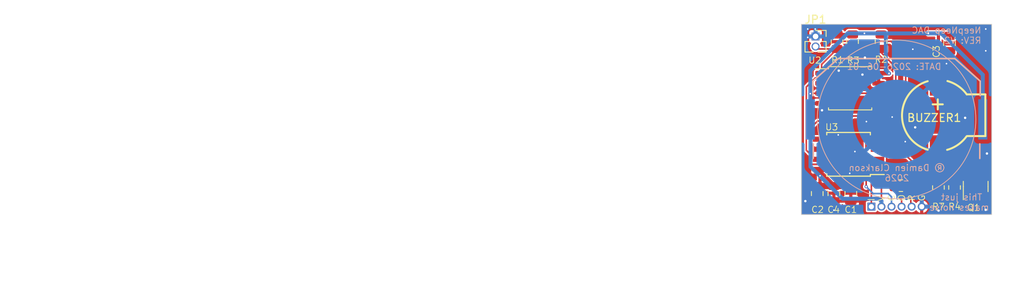
<source format=kicad_pcb>
(kicad_pcb (version 20221018) (generator pcbnew)
  (title_block (title "NeepNeep DAC") (date "2026-02-06") (rev "V2"))
  (layers (0 "F.Cu" signal) (31 "B.Cu" signal) (34 "B.Paste" user) (35 "F.Paste" user) (36 "B.SilkS" user "B.Silkscreen") (37 "F.SilkS" user "F.Silkscreen") (38 "B.Mask" user) (39 "F.Mask" user) (44 "Edge.Cuts" user))
  (net 0 "")
  (net 1 "GND")
  (net 2 "3.3v")
  (net 3 "PB4")
  (net 4 "PB3")
  (net 5 "PB2{slash}SCK")
  (net 6 "PB0{slash}MOSI")
  (net 7 "PB1{slash}MISO")
  (net 8 "PB5{slash}RESET")
  (net 9 "Net-(BUZZER1--)")
  (net 10 "Net-(Q1-G)")
  (footprint "Capacitor_SMD:C_0805_2012Metric" (layer "F.Cu") (at 94.234 109.347 -90)
    (fp_text reference "C1" (at 2.032 0 unlocked) (layer "F.SilkS") (effects (font (size 0.8 0.8) (thickness 0.1))))
    (fp_text value "47uF")
    (fp_line (start -0.261252 -0.735) (end 0.261252 -0.735) (stroke (width 0.12)) (layer "F.SilkS"))
    (fp_line (start -0.261252 0.735) (end 0.261252 0.735) (stroke (width 0.12)) (layer "F.SilkS"))
    (pad "1" smd roundrect (at -0.95 0 270) (size 1 1.45) (layers "F.Cu" "F.Paste" "F.Mask") (net 2 "3.3v"))
    (pad "2" smd roundrect (at 0.95 0 270) (size 1 1.45) (layers "F.Cu" "F.Paste" "F.Mask") (net 1 "GND"))
  )
  (footprint "Resistor_SMD:R_0805_2012Metric" (layer "F.Cu") (at 107.315 108.585 -90)
    (fp_text reference "R4" (at 2.413 0 -180) (layer "F.SilkS") (effects (font (size 0.8 0.8) (thickness 0.1))))
    (fp_text value "100k")
    (fp_line (start -0.227064 -0.735) (end 0.227064 -0.735) (stroke (width 0.12)) (layer "F.SilkS"))
    (fp_line (start -0.227064 0.735) (end 0.227064 0.735) (stroke (width 0.12)) (layer "F.SilkS"))
    (pad "1" smd roundrect (at -0.9125 0 270) (size 1.025 1.4) (layers "F.Cu" "F.Paste" "F.Mask") (roundrect_rratio 0.243902) (net 1 "GND"))
    (pad "2" smd roundrect (at 0.9125 0 270) (size 1.025 1.4) (layers "F.Cu" "F.Paste" "F.Mask") (roundrect_rratio 0.243902) (net 10 "Net-(Q1-G)"))
  )
  (footprint "Niffum:BUZ-SMD_FUET-9025-XXV" (layer "F.Cu") (at 105.2 99.5 -90)
    (fp_text reference "BUZZER1" (at 0.3 0.45) (layer "F.SilkS"))
    (fp_text value "YS-SBZ9032C03R16_C409828")
    (fp_line (start -2.66 -6) (end 2.6 -6) (stroke (width 0.25)) (layer "F.SilkS"))
    (fp_line (start -2.66 -3.65) (end -2.66 -6) (stroke (width 0.25)) (layer "F.SilkS"))
    (fp_line (start -2.03 0) (end -0.76 0) (stroke (width 0.25)) (layer "F.SilkS"))
    (fp_line (start -1.4 0.64) (end -1.4 -0.63) (stroke (width 0.25)) (layer "F.SilkS"))
    (fp_line (start 2.6 -6) (end 2.6 -3.7) (stroke (width 0.25)) (layer "F.SilkS"))
    (fp_arc (start -4.34 -1.22) (mid -3.70574 -2.577946) (end -2.660927 -3.652502) (stroke (width 0.25)) (layer "F.SilkS"))
    (fp_arc (start 2.63 -3.63) (mid 3.692615 -2.549823) (end 4.336345 -1.178129) (stroke (width 0.25)) (layer "F.SilkS"))
    (fp_arc (start 4.32 1.27) (mid -0.000016 4.51) (end -4.320009 1.269969) (stroke (width 0.25)) (layer "F.SilkS"))
    (pad "1" smd rect (at -4 0 90) (size 3 2) (layers "F.Cu" "F.Paste" "F.Mask") (net 2 "3.3v"))
    (pad "2" smd rect (at 4 0 90) (size 3 2) (layers "F.Cu" "F.Paste" "F.Mask") (net 9 "Net-(BUZZER1--)"))
  )
  (footprint "Package_TO_SOT_SMD:SOT-23" (layer "F.Cu") (at 109.982 108.458 90)
    (fp_text reference "Q1" (at -2.667 -0.254 180) (layer "F.SilkS") (effects (font (size 0.8 0.8) (thickness 0.1))))
    (fp_text value "BSS138")
    (fp_line (start 0 -1.56) (end -1.675 -1.56) (stroke (width 0.12)) (layer "F.SilkS"))
    (fp_line (start 0 -1.56) (end 0.65 -1.56) (stroke (width 0.12)) (layer "F.SilkS"))
    (fp_line (start 0 1.56) (end -0.65 1.56) (stroke (width 0.12)) (layer "F.SilkS"))
    (fp_line (start 0 1.56) (end 0.65 1.56) (stroke (width 0.12)) (layer "F.SilkS"))
    (pad "1" smd roundrect (at -0.9375 -0.95 90) (size 1.475 0.6) (layers "F.Cu" "F.Paste" "F.Mask") (net 10 "Net-(Q1-G)"))
    (pad "2" smd roundrect (at -0.9375 0.95 90) (size 1.475 0.6) (layers "F.Cu" "F.Paste" "F.Mask") (net 1 "GND"))
    (pad "3" smd roundrect (at 0.9375 0 90) (size 1.475 0.6) (layers "F.Cu" "F.Paste" "F.Mask") (net 9 "Net-(BUZZER1--)"))
  )
  (footprint "Resistor_SMD:R_0805_2012Metric" (layer "F.Cu") (at 100.55 108.35)
    (fp_text reference "R6" hide)
    (fp_text value "10K")
    (fp_line (start -0.227064 -0.735) (end 0.227064 -0.735) (stroke (width 0.12)) (layer "F.SilkS"))
    (fp_line (start -0.227064 0.735) (end 0.227064 0.735) (stroke (width 0.12)) (layer "F.SilkS"))
    (pad "1" smd roundrect (at -0.9125 0) (size 1.025 1.4) (layers "F.Cu" "F.Paste" "F.Mask") (roundrect_rratio 0.243902439) (net 2 "3.3v"))
    (pad "2" smd roundrect (at 0.9125 0) (size 1.025 1.4) (layers "F.Cu" "F.Paste" "F.Mask") (roundrect_rratio 0.243902439) (net 8 "PB5{slash}RESET"))
  )
  (footprint "Resistor_SMD:R_0805_2012Metric" (layer "F.Cu") (at 94.45 90.2 -90)
    (fp_text reference "R3" (at 2.35 -0.1 180) (layer "F.SilkS") (effects (font (size 0.8 0.8) (thickness 0.1))))
    (fp_text value "10k")
    (fp_line (start -0.227064 -0.735) (end 0.227064 -0.735) (stroke (width 0.12)) (layer "F.SilkS"))
    (fp_line (start -0.227064 0.735) (end 0.227064 0.735) (stroke (width 0.12)) (layer "F.SilkS"))
    (pad "1" smd roundrect (at -0.9125 0 270) (size 1.025 1.4) (layers "F.Cu" "F.Paste" "F.Mask") (roundrect_rratio 0.243902439) (net 2 "3.3v"))
    (pad "2" smd roundrect (at 0.9125 0 270) (size 1.025 1.4) (layers "F.Cu" "F.Paste" "F.Mask") (roundrect_rratio 0.243902439) (net 5 "PB2{slash}SCK"))
  )
  (footprint "Package_SO:SOIC-8_5.23x5.23mm_P1.27mm" (layer "F.Cu") (at 94.15 96.07125)
    (fp_text reference "U2" (at -4.45 -3.52125) (layer "F.SilkS") (effects (font (size 0.8 0.8) (thickness 0.1))))
    (fp_text value "W25Q32JVSS")
    (fp_line (start -2.725 -2.725) (end -2.725 -2.465) (stroke (width 0.12)) (layer "F.SilkS"))
    (fp_line (start -2.725 -2.465) (end -4.4 -2.465) (stroke (width 0.12)) (layer "F.SilkS"))
    (fp_line (start -2.725 2.725) (end -2.725 2.465) (stroke (width 0.12)) (layer "F.SilkS"))
    (fp_line (start 0 -2.725) (end -2.725 -2.725) (stroke (width 0.12)) (layer "F.SilkS"))
    (fp_line (start 0 -2.725) (end 2.725 -2.725) (stroke (width 0.12)) (layer "F.SilkS"))
    (fp_line (start 0 2.725) (end -2.725 2.725) (stroke (width 0.12)) (layer "F.SilkS"))
    (fp_line (start 0 2.725) (end 2.725 2.725) (stroke (width 0.12)) (layer "F.SilkS"))
    (fp_line (start 2.725 -2.725) (end 2.725 -2.465) (stroke (width 0.12)) (layer "F.SilkS"))
    (fp_line (start 2.725 2.725) (end 2.725 2.465) (stroke (width 0.12)) (layer "F.SilkS"))
    (pad "1" smd roundrect (at -3.6 -1.905) (size 1.6 0.6) (layers "F.Cu" "F.Paste" "F.Mask") (net 4 "PB3"))
    (pad "2" smd roundrect (at -3.6 -0.635) (size 1.6 0.6) (layers "F.Cu" "F.Paste" "F.Mask") (net 7 "PB1{slash}MISO"))
    (pad "3" smd roundrect (at -3.6 0.635) (size 1.6 0.6) (layers "F.Cu" "F.Paste" "F.Mask") (net 2 "3.3v"))
    (pad "4" smd roundrect (at -3.6 1.905) (size 1.6 0.6) (layers "F.Cu" "F.Paste" "F.Mask") (net 1 "GND"))
    (pad "5" smd roundrect (at 3.6 1.905) (size 1.6 0.6) (layers "F.Cu" "F.Paste" "F.Mask") (net 6 "PB0{slash}MOSI"))
    (pad "6" smd roundrect (at 3.6 0.635) (size 1.6 0.6) (layers "F.Cu" "F.Paste" "F.Mask") (net 5 "PB2{slash}SCK"))
    (pad "7" smd roundrect (at 3.6 -0.635) (size 1.6 0.6) (layers "F.Cu" "F.Paste" "F.Mask") (net 2 "3.3v"))
    (pad "8" smd roundrect (at 3.6 -1.905) (size 1.6 0.6) (layers "F.Cu" "F.Paste" "F.Mask") (net 2 "3.3v"))
  )
  (footprint "Resistor_SMD:R_0805_2012Metric" (layer "F.Cu") (at 98.05 90.2 -90)
    (fp_text reference "R2" (at 2.25 0 180) (layer "F.SilkS") (effects (font (size 0.8 0.8) (thickness 0.1))))
    (fp_text value "10k")
    (fp_line (start -0.227064 -0.735) (end 0.227064 -0.735) (stroke (width 0.12)) (layer "F.SilkS"))
    (fp_line (start -0.227064 0.735) (end 0.227064 0.735) (stroke (width 0.12)) (layer "F.SilkS"))
    (pad "1" smd roundrect (at -0.9125 0 270) (size 1.025 1.4) (layers "F.Cu" "F.Paste" "F.Mask") (roundrect_rratio 0.243902439) (net 2 "3.3v"))
    (pad "2" smd roundrect (at 0.9125 0 270) (size 1.025 1.4) (layers "F.Cu" "F.Paste" "F.Mask") (roundrect_rratio 0.243902439) (net 6 "PB0{slash}MOSI"))
  )
  (footprint "Package_SO:SOIC-8W_5.3x5.3mm_P1.27mm" (layer "F.Cu") (at 93.95 104.4 180)
    (fp_text reference "U3" (at 2.129 3.435) (layer "F.SilkS") (effects (font (size 0.8 0.8) (thickness 0.1))))
    (fp_text value "ATtiny85-20SU")
    (fp_line (start -2.75 -2.755) (end -2.75 -2.55) (stroke (width 0.15)) (layer "F.SilkS"))
    (fp_line (start -2.75 -2.755) (end 2.75 -2.755) (stroke (width 0.15)) (layer "F.SilkS"))
    (fp_line (start -2.75 -2.55) (end -4.5 -2.55) (stroke (width 0.15)) (layer "F.SilkS"))
    (fp_line (start -2.75 2.755) (end -2.75 2.455) (stroke (width 0.15)) (layer "F.SilkS"))
    (fp_line (start -2.75 2.755) (end 2.75 2.755) (stroke (width 0.15)) (layer "F.SilkS"))
    (fp_line (start 2.75 -2.755) (end 2.75 -2.455) (stroke (width 0.15)) (layer "F.SilkS"))
    (fp_line (start 2.75 2.755) (end 2.75 2.455) (stroke (width 0.15)) (layer "F.SilkS"))
    (pad "1" smd rect (at -3.65 -1.905 180) (size 1.7 0.65) (layers "F.Cu" "F.Paste" "F.Mask") (net 8 "PB5{slash}RESET"))
    (pad "2" smd rect (at -3.65 -0.635 180) (size 1.7 0.65) (layers "F.Cu" "F.Paste" "F.Mask") (net 4 "PB3"))
    (pad "3" smd rect (at -3.65 0.635 180) (size 1.7 0.65) (layers "F.Cu" "F.Paste" "F.Mask") (net 3 "PB4"))
    (pad "4" smd rect (at -3.65 1.905 180) (size 1.7 0.65) (layers "F.Cu" "F.Paste" "F.Mask") (net 1 "GND"))
    (pad "5" smd rect (at 3.65 1.905 180) (size 1.7 0.65) (layers "F.Cu" "F.Paste" "F.Mask") (net 6 "PB0{slash}MOSI"))
    (pad "6" smd rect (at 3.65 0.635 180) (size 1.7 0.65) (layers "F.Cu" "F.Paste" "F.Mask") (net 7 "PB1{slash}MISO"))
    (pad "7" smd rect (at 3.65 -0.635 180) (size 1.7 0.65) (layers "F.Cu" "F.Paste" "F.Mask") (net 5 "PB2{slash}SCK"))
    (pad "8" smd rect (at 3.65 -1.905 180) (size 1.7 0.65) (layers "F.Cu" "F.Paste" "F.Mask") (net 2 "3.3v"))
  )
  (footprint "Capacitor_SMD:C_0805_2012Metric" (layer "F.Cu") (at 106.68 90.424 -90)
    (fp_text reference "C3" (at 1.016 1.651 90) (layer "F.SilkS") (effects (font (size 0.8 0.8) (thickness 0.1))))
    (fp_text value "100nF")
    (fp_line (start -0.261252 -0.735) (end 0.261252 -0.735) (stroke (width 0.12)) (layer "F.SilkS"))
    (fp_line (start -0.261252 0.735) (end 0.261252 0.735) (stroke (width 0.12)) (layer "F.SilkS"))
    (pad "1" smd roundrect (at -0.95 0 270) (size 1 1.45) (layers "F.Cu" "F.Paste" "F.Mask") (net 2 "3.3v"))
    (pad "2" smd roundrect (at 0.95 0 270) (size 1 1.45) (layers "F.Cu" "F.Paste" "F.Mask") (net 9 "Net-(BUZZER1--)"))
  )
  (footprint "Resistor_SMD:R_0805_2012Metric" (layer "F.Cu") (at 92.5 90.2 -90)
    (fp_text reference "R1" (at 2.3 -0.05) (layer "F.SilkS") (effects (font (size 0.8 0.8) (thickness 0.1))))
    (fp_text value "10k")
    (fp_line (start -0.227064 -0.735) (end 0.227064 -0.735) (stroke (width 0.12)) (layer "F.SilkS"))
    (fp_line (start -0.227064 0.735) (end 0.227064 0.735) (stroke (width 0.12)) (layer "F.SilkS"))
    (pad "1" smd roundrect (at -0.9125 0 270) (size 1.025 1.4) (layers "F.Cu" "F.Paste" "F.Mask") (roundrect_rratio 0.243902439) (net 2 "3.3v"))
    (pad "2" smd roundrect (at 0.9125 0 270) (size 1.025 1.4) (layers "F.Cu" "F.Paste" "F.Mask") (roundrect_rratio 0.243902439) (net 4 "PB3"))
  )
  (footprint "Connector_PinSocket_1.27mm:PinSocket_1x02_P1.27mm_Vertical" (layer "F.Cu") (at 89.789 89.535)
    (fp_text reference "JP1" (at 0 -2.135) (layer "F.SilkS"))
    (fp_text value "Jumper_2_Open")
    (fp_line (start -1.33 0.635) (end -1.33 1.965) (stroke (width 0.12)) (layer "F.SilkS"))
    (fp_line (start -1.33 0.635) (end -0.76 0.635) (stroke (width 0.12)) (layer "F.SilkS"))
    (fp_line (start -1.33 1.965) (end -0.30753 1.965) (stroke (width 0.12)) (layer "F.SilkS"))
    (fp_line (start 0 -0.76) (end 1.33 -0.76) (stroke (width 0.12)) (layer "F.SilkS"))
    (fp_line (start 0.30753 1.965) (end 1.33 1.965) (stroke (width 0.12)) (layer "F.SilkS"))
    (fp_line (start 0.76 0.635) (end 1.33 0.635) (stroke (width 0.12)) (layer "F.SilkS"))
    (fp_line (start 1.33 -0.76) (end 1.33 0) (stroke (width 0.12)) (layer "F.SilkS"))
    (fp_line (start 1.33 0.635) (end 1.33 1.965) (stroke (width 0.12)) (layer "F.SilkS"))
    (pad "1" thru_hole rect (at 0 0) (size 1 1) (drill 0.7) (layers "*.Cu" "*.Mask") (net 1 "GND"))
    (pad "2" thru_hole oval (at 0 1.27) (size 1 1) (drill 0.7) (layers "*.Cu" "*.Mask") (net 4 "PB3"))
  )
  (footprint "Global Kicad FootprintLibrary:PRG-Header_1x06_P1.27mm" (layer "F.Cu") (at 96.825 111 90)
    (fp_text reference "J1" hide)
    (fp_text value "Conn_02x03_Odd_Even")
    (fp_text user "O" (at 0.635 3.81 90 unlocked) (layer "F.SilkS") (effects (font (size 0.8 0.8) (thickness 0.1)) (justify left)))
    (fp_text user "R" (at 0.635 5.08 90 unlocked) (layer "F.SilkS") (effects (font (size 0.8 0.8) (thickness 0.1)) (justify left)))
    (fp_text user "C" (at 0.635 2.54 90 unlocked) (layer "F.SilkS") (effects (font (size 0.8 0.8) (thickness 0.1)) (justify left)))
    (fp_text user "G" (at 0.635 6.35 90 unlocked) (layer "F.SilkS") (effects (font (size 0.8 0.8) (thickness 0.1)) (justify left)))
    (fp_text user "V" (at 0.635 1.27 90 unlocked) (layer "F.SilkS") (effects (font (size 0.8 0.8) (thickness 0.1)) (justify left)))
    (fp_text user "I" (at 0.635 0 90 unlocked) (layer "F.SilkS") (effects (font (size 0.8 0.8) (thickness 0.1)) (justify left)))
    (pad "1" thru_hole rect (at 0 0 90) (size 1 1) (drill 0.65) (layers "*.Cu" "F.Mask") (net 7 "PB1{slash}MISO"))
    (pad "2" thru_hole oval (at 0 1.27 90) (size 1 1) (drill 0.65) (layers "*.Cu" "F.Mask") (net 2 "3.3v"))
    (pad "3" thru_hole oval (at 0 2.54 90) (size 1 1) (drill 0.65) (layers "*.Cu" "F.Mask") (net 5 "PB2{slash}SCK"))
    (pad "4" thru_hole oval (at 0 3.81 90) (size 1 1) (drill 0.65) (layers "*.Cu" "F.Mask") (net 6 "PB0{slash}MOSI"))
    (pad "5" thru_hole oval (at 0 5.08 90) (size 1 1) (drill 0.65) (layers "*.Cu" "F.Mask") (net 8 "PB5{slash}RESET"))
    (pad "6" thru_hole oval (at 0 6.35 90) (size 1 1) (drill 0.65) (layers "*.Cu" "F.Mask") (net 1 "GND"))
  )
  (footprint "Capacitor_SMD:C_0805_2012Metric" (layer "F.Cu") (at 92.1 109.35 -90)
    (fp_text reference "C4" (at 2.029 0.025) (layer "F.SilkS") (effects (font (size 0.8 0.8) (thickness 0.1))))
    (fp_text value "100nF")
    (fp_line (start -0.261252 -0.735) (end 0.261252 -0.735) (stroke (width 0.12)) (layer "F.SilkS"))
    (fp_line (start -0.261252 0.735) (end 0.261252 0.735) (stroke (width 0.12)) (layer "F.SilkS"))
    (pad "1" smd roundrect (at -0.95 0 270) (size 1 1.45) (layers "F.Cu" "F.Paste" "F.Mask") (net 2 "3.3v"))
    (pad "2" smd roundrect (at 0.95 0 270) (size 1 1.45) (layers "F.Cu" "F.Paste" "F.Mask") (net 1 "GND"))
  )
  (footprint "Capacitor_SMD:C_0805_2012Metric" (layer "F.Cu") (at 90 109.35 -90)
    (fp_text reference "C2" (at 2.029 -0.043 unlocked) (layer "F.SilkS") (effects (font (size 0.8 0.8) (thickness 0.1))))
    (fp_text value "100nF")
    (fp_line (start -0.261252 -0.735) (end 0.261252 -0.735) (stroke (width 0.12)) (layer "F.SilkS"))
    (fp_line (start -0.261252 0.735) (end 0.261252 0.735) (stroke (width 0.12)) (layer "F.SilkS"))
    (pad "1" smd roundrect (at -0.95 0 270) (size 1 1.45) (layers "F.Cu" "F.Paste" "F.Mask") (net 2 "3.3v"))
    (pad "2" smd roundrect (at 0.95 0 270) (size 1 1.45) (layers "F.Cu" "F.Paste" "F.Mask") (net 1 "GND"))
  )
  (footprint "Resistor_SMD:R_0805_2012Metric" (layer "F.Cu") (at 105.283 108.585 -90)
    (fp_text reference "R7" (at 2.413 0 unlocked) (layer "F.SilkS") (effects (font (size 0.8 0.8) (thickness 0.1))))
    (fp_text value "1k")
    (fp_line (start -0.227064 -0.735) (end 0.227064 -0.735) (stroke (width 0.12)) (layer "F.SilkS"))
    (fp_line (start -0.227064 0.735) (end 0.227064 0.735) (stroke (width 0.12)) (layer "F.SilkS"))
    (pad "1" smd roundrect (at -0.9125 0 270) (size 1.025 1.4) (layers "F.Cu" "F.Paste" "F.Mask") (roundrect_rratio 0.243902439) (net 3 "PB4"))
    (pad "2" smd roundrect (at 0.9125 0 270) (size 1.025 1.4) (layers "F.Cu" "F.Paste" "F.Mask") (roundrect_rratio 0.243902439) (net 10 "Net-(Q1-G)"))
  )
  (footprint "Global Kicad FootprintLibrary:BatteryHolder_SMD_TAB_2032" (layer "B.Cu") (at 100 100 180)
    (fp_text reference "BT1" hide)
    (fp_text value "Battery")
    (fp_line (start -10.55 4.825) (end -10.55 3) (stroke (width 0.2)) (layer "B.SilkS"))
    (fp_line (start -10.55 4.825) (end -7.35 7.675) (stroke (width 0.2)) (layer "B.SilkS"))
    (fp_line (start -10.5 -3.0875) (end -10.5 -4.9125) (stroke (width 0.2)) (layer "B.SilkS"))
    (fp_line (start -7.35 7.675) (end 7.35 7.675) (stroke (width 0.2)) (layer "B.SilkS"))
    (fp_line (start 10.5 -3.0875) (end 10.5 -4.9125) (stroke (width 0.2)) (layer "B.SilkS"))
    (fp_line (start 10.55 4.825) (end 7.35 7.675) (stroke (width 0.2)) (layer "B.SilkS"))
    (fp_line (start 10.55 4.825) (end 10.55 3) (stroke (width 0.2)) (layer "B.SilkS"))
    (fp_circle (center 0 0) (end 10 0) (stroke (width 0.1)) (fill none) (layer "B.SilkS"))
    (pad "1" smd rect (at -10.875 0 180) (size 1.15 5.08) (layers "B.Cu" "B.Paste" "B.Mask") (net 2 "3.3v"))
    (pad "1" smd rect (at 10.875 0 180) (size 1.15 5.08) (layers "B.Cu" "B.Paste" "B.Mask") (net 2 "3.3v"))
    (pad "2" smd circle (at 0 0 180) (size 10 10) (layers "B.Cu" "B.Mask") (net 1 "GND"))
  )
  (gr_rect (start 88 88) (end 112 112) (stroke (width 0.1)) (fill none) (layer "Edge.Cuts"))
  (gr_text "${TITLE}\nREV: ${REVISION} " (at 110.744 89.408) (layer "B.SilkS") (effects (font (size 0.8 0.8) (thickness 0.1)) (justify left mirror)))
  (gr_text "® Damien Clarkson\n2026" (at 100.05 106.75) (layer "B.SilkS") (effects (font (size 0.8 0.8) (thickness 0.1)) (justify mirror)))
  (gr_text "This just \nmakes noise" (at 107.9 110.45) (layer "B.SilkS") (effects (font (size 0.8 0.8) (thickness 0.1)) (justify mirror)))
  (gr_text "DATE: ${CURRENT_DATE}\n" (at 99.695 93.345) (layer "B.SilkS") (effects (font (size 0.8 0.8) (thickness 0.1)) (justify mirror)))
  (via (at 95.7 94.35) (size 0.5) (drill 0.3) (layers "F.Cu" "B.Cu") (net 1))
  (via (at 96.2 100.27125) (size 0.4) (drill 0.2) (layers "F.Cu" "B.Cu") (net 1))
  (via (at 88.8 89.65) (size 0.4) (drill 0.2) (layers "F.Cu" "B.Cu") (net 1))
  (via (at 88.5 110.3) (size 0.5) (drill 0.3) (layers "F.Cu" "B.Cu") (net 1))
  (via (at 94.1 106.8) (size 0.4) (drill 0.2) (layers "F.Cu" "B.Cu") (net 1))
  (via (at 111.4 104.3) (size 0.5) (drill 0.3) (layers "F.Cu" "B.Cu") (net 1))
  (via (at 108.65 99.8) (size 0.5) (drill 0.3) (layers "F.Cu" "B.Cu") (net 1))
  (via (at 92.65 101.95) (size 0.4) (drill 0.2) (layers "F.Cu" "B.Cu") (net 1))
  (via (at 92.1 111.45) (size 0.4) (drill 0.2) (layers "F.Cu" "B.Cu") (net 1))
  (via (at 92.71 93.853) (size 0.5) (drill 0.3) (layers "F.Cu" "B.Cu") (net 1))
  (via (at 111.25 111.4) (size 0.5) (drill 0.3) (layers "F.Cu" "B.Cu") (net 1))
  (via (at 111.25 91.35) (size 0.4) (drill 0.2) (layers "F.Cu" "B.Cu") (net 1))
  (via (at 89.75 88.6) (size 0.4) (drill 0.2) (layers "F.Cu" "B.Cu") (net 1))
  (via (at 101.1 102.8) (size 0.4) (drill 0.2) (layers "F.Cu" "B.Cu") (net 1))
  (via (at 102.35 101) (size 0.5) (drill 0.3) (layers "F.Cu" "B.Cu") (net 1))
  (via (at 105.3 111.5) (size 0.5) (drill 0.3) (layers "F.Cu" "B.Cu") (net 1))
  (via (at 106.299 92.964) (size 0.4) (drill 0.2) (layers "F.Cu" "B.Cu") (net 1))
  (via (at 102.05 91.15) (size 0.4) (drill 0.2) (layers "F.Cu" "B.Cu") (net 1))
  (via (at 99.45 99.7) (size 0.4) (drill 0.2) (layers "F.Cu" "B.Cu") (net 1))
  (via (at 96.012 92.202) (size 0.5) (drill 0.3) (layers "F.Cu" "B.Cu") (net 1))
  (via (at 90.6 98.85) (size 0.5) (drill 0.3) (layers "F.Cu" "B.Cu") (net 1))
  (via (at 94.75 104.05) (size 0.4) (drill 0.2) (layers "F.Cu" "B.Cu") (net 1))
  (via (at 88.8 88.6) (size 0.4) (drill 0.2) (layers "F.Cu" "B.Cu") (net 1))
  (via (at 111.25 88.6) (size 0.4) (drill 0.2) (layers "F.Cu" "B.Cu") (net 1))
  (segment (start 92.103 108.397) (end 92.1 108.4) (width 0.8) (layer "F.Cu") (net 2))
  (segment (start 94.45 89.2875) (end 92.5 89.2875) (width 0.4) (layer "F.Cu") (net 2))
  (segment (start 99.05 94.2) (end 97.78375 94.2) (width 0.5) (layer "F.Cu") (net 2))
  (segment (start 94.234 108.397) (end 92.103 108.397) (width 0.8) (layer "F.Cu") (net 2))
  (segment (start 98.095 108.605) (end 98.25 108.45) (width 0.2) (layer "F.Cu") (net 2))
  (segment (start 97.78375 94.2) (end 97.75 94.16625) (width 0.5) (layer "F.Cu") (net 2))
  (segment (start 89.16875 96.70625) (end 89.125 96.75) (width 0.2) (layer "F.Cu") (net 2))
  (segment (start 90.55 96.70625) (end 89.16875 96.70625) (width 0.2) (layer "F.Cu") (net 2))
  (segment (start 105.283 89.15) (end 106.356 89.15) (width 0.4) (layer "F.Cu") (net 2))
  (segment (start 105.283 95.417) (end 105.283 89.15) (width 0.4) (layer "F.Cu") (net 2))
  (segment (start 90.35 107.1) (end 90.35 108.05) (width 0.4) (layer "F.Cu") (net 2))
  (segment (start 90.35 108.05) (end 90 108.4) (width 0.4) (layer "F.Cu") (net 2))
  (segment (start 95.95 89.15) (end 94.5875 89.15) (width 0.4) (layer "F.Cu") (net 2))
  (segment (start 105.2 95.5) (end 105.283 95.417) (width 0.4) (layer "F.Cu") (net 2))
  (segment (start 90.35 106.355) (end 90.3 106.305) (width 0.4) (layer "F.Cu") (net 2))
  (segment (start 98.095 111) (end 98.095 108.605) (width 0.2) (layer "F.Cu") (net 2))
  (segment (start 95.95 89.15) (end 97.9125 89.15) (width 0.4) (layer "F.Cu") (net 2))
  (segment (start 97.75 95.43625) (end 97.75 94.16625) (width 0.4) (layer "F.Cu") (net 2))
  (segment (start 94.5875 89.15) (end 94.45 89.2875) (width 0.4) (layer "F.Cu") (net 2))
  (segment (start 90.3 106.45) (end 90.3 106.305) (width 0.4) (layer "F.Cu") (net 2))
  (segment (start 92.25 108.4) (end 90.3 106.45) (width 0.4) (layer "F.Cu") (net 2))
  (segment (start 106.356 89.15) (end 106.68 89.474) (width 0.4) (layer "F.Cu") (net 2))
  (segment (start 98.25 108.45) (end 99.6375 108.45) (width 0.2) (layer "F.Cu") (net 2))
  (segment (start 90.35 107.1) (end 90.35 106.355) (width 0.4) (layer "F.Cu") (net 2))
  (segment (start 97.9125 89.15) (end 98.05 89.2875) (width 0.4) (layer "F.Cu") (net 2))
  (segment (start 90 108.4) (end 92.1 108.4) (width 0.8) (layer "F.Cu") (net 2))
  (segment (start 104.013 89.15) (end 105.283 89.15) (width 0.4) (layer "F.Cu") (net 2))
  (via (at 95.95 89.15) (size 0.4) (drill 0.2) (layers "F.Cu" "B.Cu") (net 2))
  (via (at 99.05 94.2) (size 0.4) (drill 0.2) (layers "F.Cu" "B.Cu") (net 2))
  (via (at 89.125 96.75) (size 0.4) (drill 0.2) (layers "F.Cu" "B.Cu") (net 2))
  (via (at 104.013 89.15) (size 0.4) (drill 0.2) (layers "F.Cu" "B.Cu") (net 2))
  (via (at 90.35 107.1) (size 0.4) (drill 0.2) (layers "F.Cu" "B.Cu") (net 2))
  (segment (start 97.802106 110) (end 98.095 110.292894) (width 0.5) (layer "B.Cu") (net 2))
  (segment (start 98.65 89.15) (end 104.013 89.15) (width 0.5) (layer "B.Cu") (net 2))
  (segment (start 93.831452 89.15) (end 98.65 89.15) (width 0.5) (layer "B.Cu") (net 2))
  (segment (start 110.875 94.375) (end 110.875 100) (width 0.5) (layer "B.Cu") (net 2))
  (segment (start 93.2 110) (end 97.802106 110) (width 0.5) (layer "B.Cu") (net 2))
  (segment (start 89.125 100) (end 89.15 100.025) (width 0.5) (layer "B.Cu") (net 2))
  (segment (start 98.095 110.292894) (end 98.095 111) (width 0.5) (layer "B.Cu") (net 2))
  (segment (start 105.65 89.15) (end 110.875 94.375) (width 0.5) (layer "B.Cu") (net 2))
  (segment (start 98.65 89.15) (end 98.65 93.8) (width 0.5) (layer "B.Cu") (net 2))
  (segment (start 89.125 100) (end 89.125 96.75) (width 0.5) (layer "B.Cu") (net 2))
  (segment (start 89.15 105.95) (end 93.2 110) (width 0.5) (layer "B.Cu") (net 2))
  (segment (start 98.65 93.8) (end 99.05 94.2) (width 0.5) (layer "B.Cu") (net 2))
  (segment (start 89.15 100.025) (end 89.15 104.15) (width 0.5) (layer "B.Cu") (net 2))
  (segment (start 89.125 96.75) (end 89.125 93.856452) (width 0.5) (layer "B.Cu") (net 2))
  (segment (start 89.125 93.856452) (end 93.831452 89.15) (width 0.5) (layer "B.Cu") (net 2))
  (segment (start 89.15 104.15) (end 89.15 105.95) (width 0.5) (layer "B.Cu") (net 2))
  (segment (start 104.013 89.15) (end 105.65 89.15) (width 0.5) (layer "B.Cu") (net 2))
  (segment (start 98.125 103.765) (end 99.01 104.65) (width 0.2) (layer "F.Cu") (net 3))
  (segment (start 101.3125 104.65) (end 104.335 107.6725) (width 0.2) (layer "F.Cu") (net 3))
  (segment (start 99.01 104.65) (end 101.3125 104.65) (width 0.2) (layer "F.Cu") (net 3))
  (segment (start 97.6 103.765) (end 98.125 103.765) (width 0.2) (layer "F.Cu") (net 3))
  (segment (start 104.335 107.6725) (end 105.283 107.6725) (width 0.2) (layer "F.Cu") (net 3))
  (segment (start 90.0965 91.1125) (end 89.789 90.805) (width 0.2) (layer "F.Cu") (net 4))
  (segment (start 92.5 91.1125) (end 90.0965 91.1125) (width 0.2) (layer "F.Cu") (net 4))
  (segment (start 92.5 91.1125) (end 92.5 90.75) (width 0.2) (layer "F.Cu") (net 4))
  (segment (start 99.314 90.15) (end 93.1 90.15) (width 0.2) (layer "F.Cu") (net 4))
  (segment (start 101.15 91.986) (end 99.314 90.15) (width 0.2) (layer "F.Cu") (net 4))
  (segment (start 96.15 104.45) (end 96.15 102.05) (width 0.2) (layer "F.Cu") (net 4))
  (segment (start 97.6 105.035) (end 96.735 105.035) (width 0.2) (layer "F.Cu") (net 4))
  (segment (start 90.55 93.0625) (end 92.5 91.1125) (width 0.2) (layer "F.Cu") (net 4))
  (segment (start 90.55 94.16625) (end 90.55 93.0625) (width 0.2) (layer "F.Cu") (net 4))
  (segment (start 96.735 105.035) (end 96.15 104.45) (width 0.2) (layer "F.Cu") (net 4))
  (segment (start 96.85 101.35) (end 100.05 101.35) (width 0.2) (layer "F.Cu") (net 4))
  (segment (start 92.5 90.75) (end 93.1 90.15) (width 0.2) (layer "F.Cu") (net 4))
  (segment (start 92.2 91.45) (end 92.9 91.45) (width 0.2) (layer "F.Cu") (net 4))
  (segment (start 96.15 102.05) (end 96.85 101.35) (width 0.2) (layer "F.Cu") (net 4))
  (segment (start 101.15 100.25) (end 101.15 91.986) (width 0.2) (layer "F.Cu") (net 4))
  (segment (start 100.05 101.35) (end 101.15 100.25) (width 0.2) (layer "F.Cu") (net 4))
  (segment (start 93.32075 94.76625) (end 94.45 93.637) (width 0.2) (layer "F.Cu") (net 5))
  (segment (start 96.171446 107.752818) (end 94.509314 106.090686) (width 0.2) (layer "F.Cu") (net 5))
  (segment (start 93.009314 106.090686) (end 91.953628 105.035) (width 0.2) (layer "F.Cu") (net 5))
  (segment (start 92.105932 94.76625) (end 93.32075 94.76625) (width 0.2) (layer "F.Cu") (net 5))
  (segment (start 90.3 105.035) (end 89.775 105.035) (width 0.2) (layer "F.Cu") (net 5))
  (segment (start 95.30925 96.70625) (end 93.36925 94.76625) (width 0.2) (layer "F.Cu") (net 5))
  (segment (start 93.36925 94.76625) (end 92.105932 94.76625) (width 0.2) (layer "F.Cu") (net 5))
  (segment (start 88.625 103.885) (end 88.625 95.906) (width 0.2) (layer "F.Cu") (net 5))
  (segment (start 88.625 95.906) (end 89.76475 94.76625) (width 0.2) (layer "F.Cu") (net 5))
  (segment (start 94.45 93.637) (end 94.45 91.1125) (width 0.2) (layer "F.Cu") (net 5))
  (segment (start 94.509314 106.090686) (end 93.009314 106.090686) (width 0.2) (layer "F.Cu") (net 5))
  (segment (start 89.76475 94.76625) (end 92.105932 94.76625) (width 0.2) (layer "F.Cu") (net 5))
  (segment (start 91.953628 105.035) (end 90.3 105.035) (width 0.2) (layer "F.Cu") (net 5))
  (segment (start 97.75 96.70625) (end 95.30925 96.70625) (width 0.2) (layer "F.Cu") (net 5))
  (segment (start 89.775 105.035) (end 88.625 103.885) (width 0.2) (layer "F.Cu") (net 5))
  (segment (start 96.171446 108.478554) (end 96.171446 107.752818) (width 0.2) (layer "F.Cu") (net 5))
  (via (at 96.171446 108.478554) (size 0.4) (drill 0.2) (layers "F.Cu" "B.Cu") (net 5))
  (segment (start 98.9505 109.3505) (end 99.365 109.765) (width 0.2) (layer "B.Cu") (net 5))
  (segment (start 96.171446 108.478554) (end 97.043392 109.3505) (width 0.2) (layer "B.Cu") (net 5))
  (segment (start 99.365 109.765) (end 99.365 111) (width 0.2) (layer "B.Cu") (net 5))
  (segment (start 97.043392 109.3505) (end 98.9505 109.3505) (width 0.2) (layer "B.Cu") (net 5))
  (segment (start 97.215 99.568) (end 94.488 99.568) (width 0.2) (layer "F.Cu") (net 6))
  (segment (start 99.9 93.4125) (end 99.9 97.35) (width 0.2) (layer "F.Cu") (net 6))
  (segment (start 98.05 91.1125) (end 98.05 91.5625) (width 0.2) (layer "F.Cu") (net 6))
  (segment (start 98.05 91.5625) (end 99.9 93.4125) (width 0.2) (layer "F.Cu") (net 6))
  (segment (start 93.3 105.25) (end 92.35 104.3) (width 0.2) (layer "F.Cu") (net 6))
  (segment (start 94.488 99.568) (end 93.726 100.33) (width 0.2) (layer "F.Cu") (net 6))
  (segment (start 100.635 110.15) (end 100.45 109.965) (width 0.2) (layer "F.Cu") (net 6))
  (segment (start 91.95 102.9) (end 91.545 102.495) (width 0.2) (layer "F.Cu") (net 6))
  (segment (start 100.175 107.175) (end 96.725 107.175) (width 0.2) (layer "F.Cu") (net 6))
  (segment (start 100.45 107.45) (end 100.175 107.175) (width 0.2) (layer "F.Cu") (net 6))
  (segment (start 99.27375 97.97625) (end 97.75 97.97625) (width 0.2) (layer "F.Cu") (net 6))
  (segment (start 99.9 97.35) (end 99.27375 97.97625) (width 0.2) (layer "F.Cu") (net 6))
  (segment (start 94.8 105.25) (end 93.3 105.25) (width 0.2) (layer "F.Cu") (net 6))
  (segment (start 97.85 98.933) (end 97.215 99.568) (width 0.2) (layer "F.Cu") (net 6))
  (segment (start 91.545 102.495) (end 91.4 102.495) (width 0.2) (layer "F.Cu") (net 6))
  (segment (start 90.3 102.495) (end 91.4 102.495) (width 0.2) (layer "F.Cu") (net 6))
  (segment (start 93.726 100.33) (end 93.726 101.981) (width 0.2) (layer "F.Cu") (net 6))
  (segment (start 92.35 104.3) (end 92.35 103.3) (width 0.2) (layer "F.Cu") (net 6))
  (segment (start 97.85 98.07625) (end 97.85 98.933) (width 0.2) (layer "F.Cu") (net 6))
  (segment (start 92.35 103.3) (end 91.95 102.9) (width 0.2) (layer "F.Cu") (net 6))
  (segment (start 97.75 97.97625) (end 97.85 98.07625) (width 0.2) (layer "F.Cu") (net 6))
  (segment (start 93.212 102.495) (end 91.4 102.495) (width 0.2) (layer "F.Cu") (net 6))
  (segment (start 100.45 109.965) (end 100.45 107.45) (width 0.2) (layer "F.Cu") (net 6))
  (segment (start 100.635 111) (end 100.635 110.15) (width 0.2) (layer "F.Cu") (net 6))
  (segment (start 93.726 101.981) (end 93.212 102.495) (width 0.2) (layer "F.Cu") (net 6))
  (segment (start 96.725 107.175) (end 94.8 105.25) (width 0.2) (layer "F.Cu") (net 6))
  (segment (start 93.134314 105.65) (end 91.95 104.465686) (width 0.2) (layer "F.Cu") (net 7))
  (segment (start 89.865 103.765) (end 90.3 103.765) (width 0.2) (layer "F.Cu") (net 7))
  (segment (start 92.456 96.266) (end 92.456 99.187) (width 0.2) (layer "F.Cu") (net 7))
  (segment (start 90.043 100.203) (end 89.15 101.096) (width 0.2) (layer "F.Cu") (net 7))
  (segment (start 96.825 107.840686) (end 94.634314 105.65) (width 0.2) (layer "F.Cu") (net 7))
  (segment (start 91.95 104.1) (end 91.615 103.765) (width 0.2) (layer "F.Cu") (net 7))
  (segment (start 91.615 103.765) (end 90.3 103.765) (width 0.2) (layer "F.Cu") (net 7))
  (segment (start 91.62625 95.43625) (end 92.456 96.266) (width 0.2) (layer "F.Cu") (net 7))
  (segment (start 94.634314 105.65) (end 93.134314 105.65) (width 0.2) (layer "F.Cu") (net 7))
  (segment (start 89.15 103.05) (end 89.865 103.765) (width 0.2) (layer "F.Cu") (net 7))
  (segment (start 89.15 101.096) (end 89.15 103.05) (width 0.2) (layer "F.Cu") (net 7))
  (segment (start 90.55 95.43625) (end 91.62625 95.43625) (width 0.2) (layer "F.Cu") (net 7))
  (segment (start 91.44 100.203) (end 90.043 100.203) (width 0.2) (layer "F.Cu") (net 7))
  (segment (start 96.825 111) (end 96.825 107.840686) (width 0.2) (layer "F.Cu") (net 7))
  (segment (start 91.95 104.465686) (end 91.95 104.1) (width 0.2) (layer "F.Cu") (net 7))
  (segment (start 92.456 99.187) (end 91.44 100.203) (width 0.2) (layer "F.Cu") (net 7))
  (segment (start 101.8 110.895) (end 101.905 111) (width 0.2) (layer "F.Cu") (net 8))
  (segment (start 101.8 106.322862) (end 101.8 110.895) (width 0.2) (layer "F.Cu") (net 8))
  (segment (start 101.8 106.322862) (end 101.782138 106.305) (width 0.2) (layer "F.Cu") (net 8))
  (segment (start 101.782138 106.305) (end 97.6 106.305) (width 0.2) (layer "F.Cu") (net 8))
  (segment (start 107.675 103.875) (end 109.75 105.95) (width 0.2) (layer "F.Cu") (net 9))
  (segment (start 106.934 103.748) (end 106.807 103.875) (width 0.2) (layer "F.Cu") (net 9))
  (segment (start 106.934 91.628) (end 106.934 103.748) (width 0.2) (layer "F.Cu") (net 9))
  (segment (start 106.807 103.875) (end 107.675 103.875) (width 0.2) (layer "F.Cu") (net 9))
  (segment (start 106.68 91.374) (end 106.934 91.628) (width 0.2) (layer "F.Cu") (net 9))
  (segment (start 109.75 105.95) (end 109.75 107.475) (width 0.2) (layer "F.Cu") (net 9))
  (segment (start 105 103.875) (end 106.807 103.875) (width 0.2) (layer "F.Cu") (net 9))
  (segment (start 107.315 109.4975) (end 105.283 109.4975) (width 0.2) (layer "F.Cu") (net 10))
  (segment (start 109.032 109.3955) (end 107.417 109.3955) (width 0.2) (layer "F.Cu") (net 10))
  (segment (start 107.417 109.3955) (end 107.315 109.4975) (width 0.2) (layer "F.Cu") (net 10))
  (zone (net 1) (net_name "GND") (layer "F.Cu") (connect_pads (clearance 0.2)) (min_thickness 0.127) (fill yes (thermal_gap 0.3) (thermal_bridge_width 0.4))
    (polygon (pts (xy 112 112) (xy 88 112) (xy 88 88) (xy 112 88)))
  )
  (zone (net 1) (net_name "GND") (layer "B.Cu") (connect_pads (clearance 0.508)) (min_thickness 0.254) (fill yes (thermal_gap 0.508) (thermal_bridge_width 0.508))
    (polygon (pts (xy 112 88) (xy 112 112) (xy 88 112) (xy 88 88)))
  )
)
</source>
